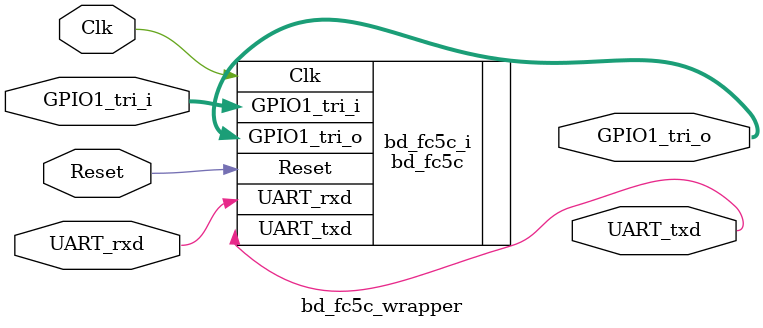
<source format=v>
`timescale 1 ps / 1 ps

module bd_fc5c_wrapper
   (Clk,
    GPIO1_tri_i,
    GPIO1_tri_o,
    Reset,
    UART_rxd,
    UART_txd);
  input Clk;
  input [3:0]GPIO1_tri_i;
  output [6:0]GPIO1_tri_o;
  input Reset;
  input UART_rxd;
  output UART_txd;

  wire Clk;
  wire [3:0]GPIO1_tri_i;
  wire [6:0]GPIO1_tri_o;
  wire Reset;
  wire UART_rxd;
  wire UART_txd;

  bd_fc5c bd_fc5c_i
       (.Clk(Clk),
        .GPIO1_tri_i(GPIO1_tri_i),
        .GPIO1_tri_o(GPIO1_tri_o),
        .Reset(Reset),
        .UART_rxd(UART_rxd),
        .UART_txd(UART_txd));
endmodule

</source>
